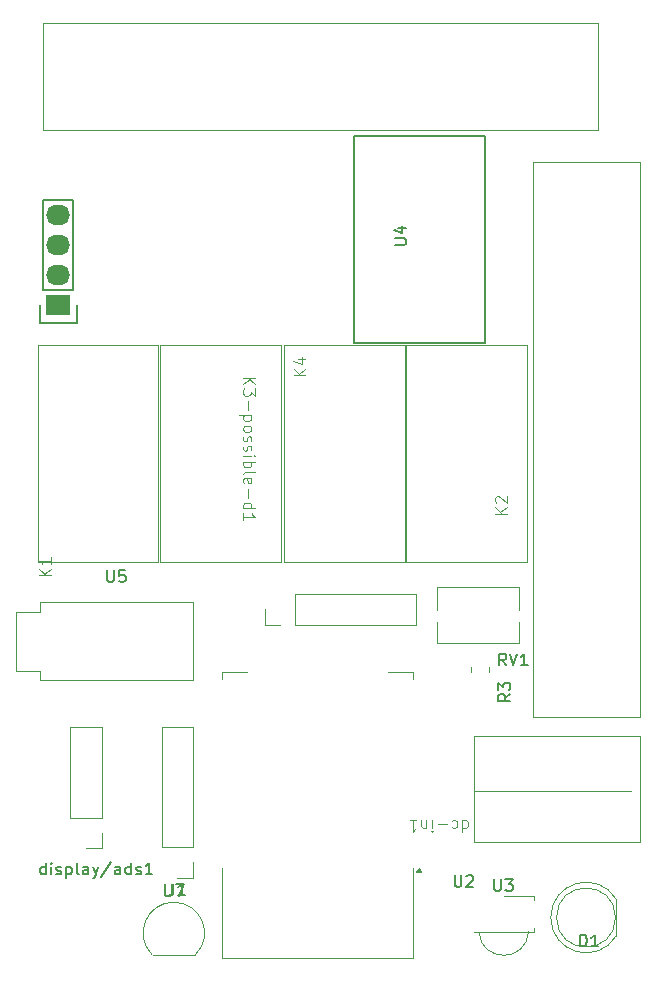
<source format=gbr>
%TF.GenerationSoftware,KiCad,Pcbnew,8.0.5*%
%TF.CreationDate,2024-10-28T11:16:19+03:00*%
%TF.ProjectId,IoTmanager,496f546d-616e-4616-9765-722e6b696361,rev?*%
%TF.SameCoordinates,Original*%
%TF.FileFunction,Legend,Top*%
%TF.FilePolarity,Positive*%
%FSLAX46Y46*%
G04 Gerber Fmt 4.6, Leading zero omitted, Abs format (unit mm)*
G04 Created by KiCad (PCBNEW 8.0.5) date 2024-10-28 11:16:19*
%MOMM*%
%LPD*%
G01*
G04 APERTURE LIST*
%ADD10C,0.150000*%
%ADD11C,0.100000*%
%ADD12C,0.120000*%
%ADD13R,2.032000X1.727200*%
%ADD14O,2.032000X1.727200*%
G04 APERTURE END LIST*
D10*
X88508095Y-125594819D02*
X88508095Y-126404342D01*
X88508095Y-126404342D02*
X88555714Y-126499580D01*
X88555714Y-126499580D02*
X88603333Y-126547200D01*
X88603333Y-126547200D02*
X88698571Y-126594819D01*
X88698571Y-126594819D02*
X88889047Y-126594819D01*
X88889047Y-126594819D02*
X88984285Y-126547200D01*
X88984285Y-126547200D02*
X89031904Y-126499580D01*
X89031904Y-126499580D02*
X89079523Y-126404342D01*
X89079523Y-126404342D02*
X89079523Y-125594819D01*
X89460476Y-125594819D02*
X90127142Y-125594819D01*
X90127142Y-125594819D02*
X89698571Y-126594819D01*
X78414285Y-124754819D02*
X78414285Y-123754819D01*
X78414285Y-124707200D02*
X78319047Y-124754819D01*
X78319047Y-124754819D02*
X78128571Y-124754819D01*
X78128571Y-124754819D02*
X78033333Y-124707200D01*
X78033333Y-124707200D02*
X77985714Y-124659580D01*
X77985714Y-124659580D02*
X77938095Y-124564342D01*
X77938095Y-124564342D02*
X77938095Y-124278628D01*
X77938095Y-124278628D02*
X77985714Y-124183390D01*
X77985714Y-124183390D02*
X78033333Y-124135771D01*
X78033333Y-124135771D02*
X78128571Y-124088152D01*
X78128571Y-124088152D02*
X78319047Y-124088152D01*
X78319047Y-124088152D02*
X78414285Y-124135771D01*
X78890476Y-124754819D02*
X78890476Y-124088152D01*
X78890476Y-123754819D02*
X78842857Y-123802438D01*
X78842857Y-123802438D02*
X78890476Y-123850057D01*
X78890476Y-123850057D02*
X78938095Y-123802438D01*
X78938095Y-123802438D02*
X78890476Y-123754819D01*
X78890476Y-123754819D02*
X78890476Y-123850057D01*
X79319047Y-124707200D02*
X79414285Y-124754819D01*
X79414285Y-124754819D02*
X79604761Y-124754819D01*
X79604761Y-124754819D02*
X79699999Y-124707200D01*
X79699999Y-124707200D02*
X79747618Y-124611961D01*
X79747618Y-124611961D02*
X79747618Y-124564342D01*
X79747618Y-124564342D02*
X79699999Y-124469104D01*
X79699999Y-124469104D02*
X79604761Y-124421485D01*
X79604761Y-124421485D02*
X79461904Y-124421485D01*
X79461904Y-124421485D02*
X79366666Y-124373866D01*
X79366666Y-124373866D02*
X79319047Y-124278628D01*
X79319047Y-124278628D02*
X79319047Y-124231009D01*
X79319047Y-124231009D02*
X79366666Y-124135771D01*
X79366666Y-124135771D02*
X79461904Y-124088152D01*
X79461904Y-124088152D02*
X79604761Y-124088152D01*
X79604761Y-124088152D02*
X79699999Y-124135771D01*
X80176190Y-124088152D02*
X80176190Y-125088152D01*
X80176190Y-124135771D02*
X80271428Y-124088152D01*
X80271428Y-124088152D02*
X80461904Y-124088152D01*
X80461904Y-124088152D02*
X80557142Y-124135771D01*
X80557142Y-124135771D02*
X80604761Y-124183390D01*
X80604761Y-124183390D02*
X80652380Y-124278628D01*
X80652380Y-124278628D02*
X80652380Y-124564342D01*
X80652380Y-124564342D02*
X80604761Y-124659580D01*
X80604761Y-124659580D02*
X80557142Y-124707200D01*
X80557142Y-124707200D02*
X80461904Y-124754819D01*
X80461904Y-124754819D02*
X80271428Y-124754819D01*
X80271428Y-124754819D02*
X80176190Y-124707200D01*
X81223809Y-124754819D02*
X81128571Y-124707200D01*
X81128571Y-124707200D02*
X81080952Y-124611961D01*
X81080952Y-124611961D02*
X81080952Y-123754819D01*
X82033333Y-124754819D02*
X82033333Y-124231009D01*
X82033333Y-124231009D02*
X81985714Y-124135771D01*
X81985714Y-124135771D02*
X81890476Y-124088152D01*
X81890476Y-124088152D02*
X81700000Y-124088152D01*
X81700000Y-124088152D02*
X81604762Y-124135771D01*
X82033333Y-124707200D02*
X81938095Y-124754819D01*
X81938095Y-124754819D02*
X81700000Y-124754819D01*
X81700000Y-124754819D02*
X81604762Y-124707200D01*
X81604762Y-124707200D02*
X81557143Y-124611961D01*
X81557143Y-124611961D02*
X81557143Y-124516723D01*
X81557143Y-124516723D02*
X81604762Y-124421485D01*
X81604762Y-124421485D02*
X81700000Y-124373866D01*
X81700000Y-124373866D02*
X81938095Y-124373866D01*
X81938095Y-124373866D02*
X82033333Y-124326247D01*
X82414286Y-124088152D02*
X82652381Y-124754819D01*
X82890476Y-124088152D02*
X82652381Y-124754819D01*
X82652381Y-124754819D02*
X82557143Y-124992914D01*
X82557143Y-124992914D02*
X82509524Y-125040533D01*
X82509524Y-125040533D02*
X82414286Y-125088152D01*
X83985714Y-123707200D02*
X83128572Y-124992914D01*
X84747619Y-124754819D02*
X84747619Y-124231009D01*
X84747619Y-124231009D02*
X84700000Y-124135771D01*
X84700000Y-124135771D02*
X84604762Y-124088152D01*
X84604762Y-124088152D02*
X84414286Y-124088152D01*
X84414286Y-124088152D02*
X84319048Y-124135771D01*
X84747619Y-124707200D02*
X84652381Y-124754819D01*
X84652381Y-124754819D02*
X84414286Y-124754819D01*
X84414286Y-124754819D02*
X84319048Y-124707200D01*
X84319048Y-124707200D02*
X84271429Y-124611961D01*
X84271429Y-124611961D02*
X84271429Y-124516723D01*
X84271429Y-124516723D02*
X84319048Y-124421485D01*
X84319048Y-124421485D02*
X84414286Y-124373866D01*
X84414286Y-124373866D02*
X84652381Y-124373866D01*
X84652381Y-124373866D02*
X84747619Y-124326247D01*
X85652381Y-124754819D02*
X85652381Y-123754819D01*
X85652381Y-124707200D02*
X85557143Y-124754819D01*
X85557143Y-124754819D02*
X85366667Y-124754819D01*
X85366667Y-124754819D02*
X85271429Y-124707200D01*
X85271429Y-124707200D02*
X85223810Y-124659580D01*
X85223810Y-124659580D02*
X85176191Y-124564342D01*
X85176191Y-124564342D02*
X85176191Y-124278628D01*
X85176191Y-124278628D02*
X85223810Y-124183390D01*
X85223810Y-124183390D02*
X85271429Y-124135771D01*
X85271429Y-124135771D02*
X85366667Y-124088152D01*
X85366667Y-124088152D02*
X85557143Y-124088152D01*
X85557143Y-124088152D02*
X85652381Y-124135771D01*
X86080953Y-124707200D02*
X86176191Y-124754819D01*
X86176191Y-124754819D02*
X86366667Y-124754819D01*
X86366667Y-124754819D02*
X86461905Y-124707200D01*
X86461905Y-124707200D02*
X86509524Y-124611961D01*
X86509524Y-124611961D02*
X86509524Y-124564342D01*
X86509524Y-124564342D02*
X86461905Y-124469104D01*
X86461905Y-124469104D02*
X86366667Y-124421485D01*
X86366667Y-124421485D02*
X86223810Y-124421485D01*
X86223810Y-124421485D02*
X86128572Y-124373866D01*
X86128572Y-124373866D02*
X86080953Y-124278628D01*
X86080953Y-124278628D02*
X86080953Y-124231009D01*
X86080953Y-124231009D02*
X86128572Y-124135771D01*
X86128572Y-124135771D02*
X86223810Y-124088152D01*
X86223810Y-124088152D02*
X86366667Y-124088152D01*
X86366667Y-124088152D02*
X86461905Y-124135771D01*
X87461905Y-124754819D02*
X86890477Y-124754819D01*
X87176191Y-124754819D02*
X87176191Y-123754819D01*
X87176191Y-123754819D02*
X87080953Y-123897676D01*
X87080953Y-123897676D02*
X86985715Y-123992914D01*
X86985715Y-123992914D02*
X86890477Y-124040533D01*
D11*
X78857419Y-99438094D02*
X77857419Y-99438094D01*
X78857419Y-98866666D02*
X78285990Y-99295237D01*
X77857419Y-98866666D02*
X78428847Y-99438094D01*
X78857419Y-97914285D02*
X78857419Y-98485713D01*
X78857419Y-98199999D02*
X77857419Y-98199999D01*
X77857419Y-98199999D02*
X78000276Y-98295237D01*
X78000276Y-98295237D02*
X78095514Y-98390475D01*
X78095514Y-98390475D02*
X78143133Y-98485713D01*
X113699999Y-120142580D02*
X113699999Y-121142580D01*
X113699999Y-120190200D02*
X113795237Y-120142580D01*
X113795237Y-120142580D02*
X113985713Y-120142580D01*
X113985713Y-120142580D02*
X114080951Y-120190200D01*
X114080951Y-120190200D02*
X114128570Y-120237819D01*
X114128570Y-120237819D02*
X114176189Y-120333057D01*
X114176189Y-120333057D02*
X114176189Y-120618771D01*
X114176189Y-120618771D02*
X114128570Y-120714009D01*
X114128570Y-120714009D02*
X114080951Y-120761628D01*
X114080951Y-120761628D02*
X113985713Y-120809247D01*
X113985713Y-120809247D02*
X113795237Y-120809247D01*
X113795237Y-120809247D02*
X113699999Y-120761628D01*
X112795237Y-120190200D02*
X112890475Y-120142580D01*
X112890475Y-120142580D02*
X113080951Y-120142580D01*
X113080951Y-120142580D02*
X113176189Y-120190200D01*
X113176189Y-120190200D02*
X113223808Y-120237819D01*
X113223808Y-120237819D02*
X113271427Y-120333057D01*
X113271427Y-120333057D02*
X113271427Y-120618771D01*
X113271427Y-120618771D02*
X113223808Y-120714009D01*
X113223808Y-120714009D02*
X113176189Y-120761628D01*
X113176189Y-120761628D02*
X113080951Y-120809247D01*
X113080951Y-120809247D02*
X112890475Y-120809247D01*
X112890475Y-120809247D02*
X112795237Y-120761628D01*
X112366665Y-120523533D02*
X111604761Y-120523533D01*
X111128570Y-120142580D02*
X111128570Y-120809247D01*
X111128570Y-121142580D02*
X111176189Y-121094961D01*
X111176189Y-121094961D02*
X111128570Y-121047342D01*
X111128570Y-121047342D02*
X111080951Y-121094961D01*
X111080951Y-121094961D02*
X111128570Y-121142580D01*
X111128570Y-121142580D02*
X111128570Y-121047342D01*
X110652380Y-120809247D02*
X110652380Y-120142580D01*
X110652380Y-120714009D02*
X110604761Y-120761628D01*
X110604761Y-120761628D02*
X110509523Y-120809247D01*
X110509523Y-120809247D02*
X110366666Y-120809247D01*
X110366666Y-120809247D02*
X110271428Y-120761628D01*
X110271428Y-120761628D02*
X110223809Y-120666390D01*
X110223809Y-120666390D02*
X110223809Y-120142580D01*
X109223809Y-120142580D02*
X109795237Y-120142580D01*
X109509523Y-120142580D02*
X109509523Y-121142580D01*
X109509523Y-121142580D02*
X109604761Y-120999723D01*
X109604761Y-120999723D02*
X109699999Y-120904485D01*
X109699999Y-120904485D02*
X109795237Y-120856866D01*
D10*
X117404761Y-107054819D02*
X117071428Y-106578628D01*
X116833333Y-107054819D02*
X116833333Y-106054819D01*
X116833333Y-106054819D02*
X117214285Y-106054819D01*
X117214285Y-106054819D02*
X117309523Y-106102438D01*
X117309523Y-106102438D02*
X117357142Y-106150057D01*
X117357142Y-106150057D02*
X117404761Y-106245295D01*
X117404761Y-106245295D02*
X117404761Y-106388152D01*
X117404761Y-106388152D02*
X117357142Y-106483390D01*
X117357142Y-106483390D02*
X117309523Y-106531009D01*
X117309523Y-106531009D02*
X117214285Y-106578628D01*
X117214285Y-106578628D02*
X116833333Y-106578628D01*
X117690476Y-106054819D02*
X118023809Y-107054819D01*
X118023809Y-107054819D02*
X118357142Y-106054819D01*
X119214285Y-107054819D02*
X118642857Y-107054819D01*
X118928571Y-107054819D02*
X118928571Y-106054819D01*
X118928571Y-106054819D02*
X118833333Y-106197676D01*
X118833333Y-106197676D02*
X118738095Y-106292914D01*
X118738095Y-106292914D02*
X118642857Y-106340533D01*
X123661905Y-130854819D02*
X123661905Y-129854819D01*
X123661905Y-129854819D02*
X123900000Y-129854819D01*
X123900000Y-129854819D02*
X124042857Y-129902438D01*
X124042857Y-129902438D02*
X124138095Y-129997676D01*
X124138095Y-129997676D02*
X124185714Y-130092914D01*
X124185714Y-130092914D02*
X124233333Y-130283390D01*
X124233333Y-130283390D02*
X124233333Y-130426247D01*
X124233333Y-130426247D02*
X124185714Y-130616723D01*
X124185714Y-130616723D02*
X124138095Y-130711961D01*
X124138095Y-130711961D02*
X124042857Y-130807200D01*
X124042857Y-130807200D02*
X123900000Y-130854819D01*
X123900000Y-130854819D02*
X123661905Y-130854819D01*
X125185714Y-130854819D02*
X124614286Y-130854819D01*
X124900000Y-130854819D02*
X124900000Y-129854819D01*
X124900000Y-129854819D02*
X124804762Y-129997676D01*
X124804762Y-129997676D02*
X124709524Y-130092914D01*
X124709524Y-130092914D02*
X124614286Y-130140533D01*
X113038095Y-124814819D02*
X113038095Y-125624342D01*
X113038095Y-125624342D02*
X113085714Y-125719580D01*
X113085714Y-125719580D02*
X113133333Y-125767200D01*
X113133333Y-125767200D02*
X113228571Y-125814819D01*
X113228571Y-125814819D02*
X113419047Y-125814819D01*
X113419047Y-125814819D02*
X113514285Y-125767200D01*
X113514285Y-125767200D02*
X113561904Y-125719580D01*
X113561904Y-125719580D02*
X113609523Y-125624342D01*
X113609523Y-125624342D02*
X113609523Y-124814819D01*
X114038095Y-124910057D02*
X114085714Y-124862438D01*
X114085714Y-124862438D02*
X114180952Y-124814819D01*
X114180952Y-124814819D02*
X114419047Y-124814819D01*
X114419047Y-124814819D02*
X114514285Y-124862438D01*
X114514285Y-124862438D02*
X114561904Y-124910057D01*
X114561904Y-124910057D02*
X114609523Y-125005295D01*
X114609523Y-125005295D02*
X114609523Y-125100533D01*
X114609523Y-125100533D02*
X114561904Y-125243390D01*
X114561904Y-125243390D02*
X113990476Y-125814819D01*
X113990476Y-125814819D02*
X114609523Y-125814819D01*
X107954819Y-71461904D02*
X108764342Y-71461904D01*
X108764342Y-71461904D02*
X108859580Y-71414285D01*
X108859580Y-71414285D02*
X108907200Y-71366666D01*
X108907200Y-71366666D02*
X108954819Y-71271428D01*
X108954819Y-71271428D02*
X108954819Y-71080952D01*
X108954819Y-71080952D02*
X108907200Y-70985714D01*
X108907200Y-70985714D02*
X108859580Y-70938095D01*
X108859580Y-70938095D02*
X108764342Y-70890476D01*
X108764342Y-70890476D02*
X107954819Y-70890476D01*
X108288152Y-69985714D02*
X108954819Y-69985714D01*
X107907200Y-70223809D02*
X108621485Y-70461904D01*
X108621485Y-70461904D02*
X108621485Y-69842857D01*
D11*
X100417419Y-82508094D02*
X99417419Y-82508094D01*
X100417419Y-81936666D02*
X99845990Y-82365237D01*
X99417419Y-81936666D02*
X99988847Y-82508094D01*
X99750752Y-81079523D02*
X100417419Y-81079523D01*
X99369800Y-81317618D02*
X100084085Y-81555713D01*
X100084085Y-81555713D02*
X100084085Y-80936666D01*
D10*
X89236666Y-125524819D02*
X89236666Y-126239104D01*
X89236666Y-126239104D02*
X89189047Y-126381961D01*
X89189047Y-126381961D02*
X89093809Y-126477200D01*
X89093809Y-126477200D02*
X88950952Y-126524819D01*
X88950952Y-126524819D02*
X88855714Y-126524819D01*
X90236666Y-126524819D02*
X89665238Y-126524819D01*
X89950952Y-126524819D02*
X89950952Y-125524819D01*
X89950952Y-125524819D02*
X89855714Y-125667676D01*
X89855714Y-125667676D02*
X89760476Y-125762914D01*
X89760476Y-125762914D02*
X89665238Y-125810533D01*
X116398095Y-125154819D02*
X116398095Y-125964342D01*
X116398095Y-125964342D02*
X116445714Y-126059580D01*
X116445714Y-126059580D02*
X116493333Y-126107200D01*
X116493333Y-126107200D02*
X116588571Y-126154819D01*
X116588571Y-126154819D02*
X116779047Y-126154819D01*
X116779047Y-126154819D02*
X116874285Y-126107200D01*
X116874285Y-126107200D02*
X116921904Y-126059580D01*
X116921904Y-126059580D02*
X116969523Y-125964342D01*
X116969523Y-125964342D02*
X116969523Y-125154819D01*
X117350476Y-125154819D02*
X117969523Y-125154819D01*
X117969523Y-125154819D02*
X117636190Y-125535771D01*
X117636190Y-125535771D02*
X117779047Y-125535771D01*
X117779047Y-125535771D02*
X117874285Y-125583390D01*
X117874285Y-125583390D02*
X117921904Y-125631009D01*
X117921904Y-125631009D02*
X117969523Y-125726247D01*
X117969523Y-125726247D02*
X117969523Y-125964342D01*
X117969523Y-125964342D02*
X117921904Y-126059580D01*
X117921904Y-126059580D02*
X117874285Y-126107200D01*
X117874285Y-126107200D02*
X117779047Y-126154819D01*
X117779047Y-126154819D02*
X117493333Y-126154819D01*
X117493333Y-126154819D02*
X117398095Y-126107200D01*
X117398095Y-126107200D02*
X117350476Y-126059580D01*
X83618595Y-98985819D02*
X83618595Y-99795342D01*
X83618595Y-99795342D02*
X83666214Y-99890580D01*
X83666214Y-99890580D02*
X83713833Y-99938200D01*
X83713833Y-99938200D02*
X83809071Y-99985819D01*
X83809071Y-99985819D02*
X83999547Y-99985819D01*
X83999547Y-99985819D02*
X84094785Y-99938200D01*
X84094785Y-99938200D02*
X84142404Y-99890580D01*
X84142404Y-99890580D02*
X84190023Y-99795342D01*
X84190023Y-99795342D02*
X84190023Y-98985819D01*
X85142404Y-98985819D02*
X84666214Y-98985819D01*
X84666214Y-98985819D02*
X84618595Y-99462009D01*
X84618595Y-99462009D02*
X84666214Y-99414390D01*
X84666214Y-99414390D02*
X84761452Y-99366771D01*
X84761452Y-99366771D02*
X84999547Y-99366771D01*
X84999547Y-99366771D02*
X85094785Y-99414390D01*
X85094785Y-99414390D02*
X85142404Y-99462009D01*
X85142404Y-99462009D02*
X85190023Y-99557247D01*
X85190023Y-99557247D02*
X85190023Y-99795342D01*
X85190023Y-99795342D02*
X85142404Y-99890580D01*
X85142404Y-99890580D02*
X85094785Y-99938200D01*
X85094785Y-99938200D02*
X84999547Y-99985819D01*
X84999547Y-99985819D02*
X84761452Y-99985819D01*
X84761452Y-99985819D02*
X84666214Y-99938200D01*
X84666214Y-99938200D02*
X84618595Y-99890580D01*
D11*
X95142580Y-82700000D02*
X96142580Y-82700000D01*
X95142580Y-83271428D02*
X95714009Y-82842857D01*
X96142580Y-83271428D02*
X95571152Y-82700000D01*
X96142580Y-83604762D02*
X96142580Y-84223809D01*
X96142580Y-84223809D02*
X95761628Y-83890476D01*
X95761628Y-83890476D02*
X95761628Y-84033333D01*
X95761628Y-84033333D02*
X95714009Y-84128571D01*
X95714009Y-84128571D02*
X95666390Y-84176190D01*
X95666390Y-84176190D02*
X95571152Y-84223809D01*
X95571152Y-84223809D02*
X95333057Y-84223809D01*
X95333057Y-84223809D02*
X95237819Y-84176190D01*
X95237819Y-84176190D02*
X95190200Y-84128571D01*
X95190200Y-84128571D02*
X95142580Y-84033333D01*
X95142580Y-84033333D02*
X95142580Y-83747619D01*
X95142580Y-83747619D02*
X95190200Y-83652381D01*
X95190200Y-83652381D02*
X95237819Y-83604762D01*
X95523533Y-84652381D02*
X95523533Y-85414286D01*
X95809247Y-85890476D02*
X94809247Y-85890476D01*
X95761628Y-85890476D02*
X95809247Y-85985714D01*
X95809247Y-85985714D02*
X95809247Y-86176190D01*
X95809247Y-86176190D02*
X95761628Y-86271428D01*
X95761628Y-86271428D02*
X95714009Y-86319047D01*
X95714009Y-86319047D02*
X95618771Y-86366666D01*
X95618771Y-86366666D02*
X95333057Y-86366666D01*
X95333057Y-86366666D02*
X95237819Y-86319047D01*
X95237819Y-86319047D02*
X95190200Y-86271428D01*
X95190200Y-86271428D02*
X95142580Y-86176190D01*
X95142580Y-86176190D02*
X95142580Y-85985714D01*
X95142580Y-85985714D02*
X95190200Y-85890476D01*
X95142580Y-86938095D02*
X95190200Y-86842857D01*
X95190200Y-86842857D02*
X95237819Y-86795238D01*
X95237819Y-86795238D02*
X95333057Y-86747619D01*
X95333057Y-86747619D02*
X95618771Y-86747619D01*
X95618771Y-86747619D02*
X95714009Y-86795238D01*
X95714009Y-86795238D02*
X95761628Y-86842857D01*
X95761628Y-86842857D02*
X95809247Y-86938095D01*
X95809247Y-86938095D02*
X95809247Y-87080952D01*
X95809247Y-87080952D02*
X95761628Y-87176190D01*
X95761628Y-87176190D02*
X95714009Y-87223809D01*
X95714009Y-87223809D02*
X95618771Y-87271428D01*
X95618771Y-87271428D02*
X95333057Y-87271428D01*
X95333057Y-87271428D02*
X95237819Y-87223809D01*
X95237819Y-87223809D02*
X95190200Y-87176190D01*
X95190200Y-87176190D02*
X95142580Y-87080952D01*
X95142580Y-87080952D02*
X95142580Y-86938095D01*
X95190200Y-87652381D02*
X95142580Y-87747619D01*
X95142580Y-87747619D02*
X95142580Y-87938095D01*
X95142580Y-87938095D02*
X95190200Y-88033333D01*
X95190200Y-88033333D02*
X95285438Y-88080952D01*
X95285438Y-88080952D02*
X95333057Y-88080952D01*
X95333057Y-88080952D02*
X95428295Y-88033333D01*
X95428295Y-88033333D02*
X95475914Y-87938095D01*
X95475914Y-87938095D02*
X95475914Y-87795238D01*
X95475914Y-87795238D02*
X95523533Y-87700000D01*
X95523533Y-87700000D02*
X95618771Y-87652381D01*
X95618771Y-87652381D02*
X95666390Y-87652381D01*
X95666390Y-87652381D02*
X95761628Y-87700000D01*
X95761628Y-87700000D02*
X95809247Y-87795238D01*
X95809247Y-87795238D02*
X95809247Y-87938095D01*
X95809247Y-87938095D02*
X95761628Y-88033333D01*
X95190200Y-88461905D02*
X95142580Y-88557143D01*
X95142580Y-88557143D02*
X95142580Y-88747619D01*
X95142580Y-88747619D02*
X95190200Y-88842857D01*
X95190200Y-88842857D02*
X95285438Y-88890476D01*
X95285438Y-88890476D02*
X95333057Y-88890476D01*
X95333057Y-88890476D02*
X95428295Y-88842857D01*
X95428295Y-88842857D02*
X95475914Y-88747619D01*
X95475914Y-88747619D02*
X95475914Y-88604762D01*
X95475914Y-88604762D02*
X95523533Y-88509524D01*
X95523533Y-88509524D02*
X95618771Y-88461905D01*
X95618771Y-88461905D02*
X95666390Y-88461905D01*
X95666390Y-88461905D02*
X95761628Y-88509524D01*
X95761628Y-88509524D02*
X95809247Y-88604762D01*
X95809247Y-88604762D02*
X95809247Y-88747619D01*
X95809247Y-88747619D02*
X95761628Y-88842857D01*
X95142580Y-89319048D02*
X95809247Y-89319048D01*
X96142580Y-89319048D02*
X96094961Y-89271429D01*
X96094961Y-89271429D02*
X96047342Y-89319048D01*
X96047342Y-89319048D02*
X96094961Y-89366667D01*
X96094961Y-89366667D02*
X96142580Y-89319048D01*
X96142580Y-89319048D02*
X96047342Y-89319048D01*
X95142580Y-89795238D02*
X96142580Y-89795238D01*
X95761628Y-89795238D02*
X95809247Y-89890476D01*
X95809247Y-89890476D02*
X95809247Y-90080952D01*
X95809247Y-90080952D02*
X95761628Y-90176190D01*
X95761628Y-90176190D02*
X95714009Y-90223809D01*
X95714009Y-90223809D02*
X95618771Y-90271428D01*
X95618771Y-90271428D02*
X95333057Y-90271428D01*
X95333057Y-90271428D02*
X95237819Y-90223809D01*
X95237819Y-90223809D02*
X95190200Y-90176190D01*
X95190200Y-90176190D02*
X95142580Y-90080952D01*
X95142580Y-90080952D02*
X95142580Y-89890476D01*
X95142580Y-89890476D02*
X95190200Y-89795238D01*
X95142580Y-90842857D02*
X95190200Y-90747619D01*
X95190200Y-90747619D02*
X95285438Y-90700000D01*
X95285438Y-90700000D02*
X96142580Y-90700000D01*
X95190200Y-91604762D02*
X95142580Y-91509524D01*
X95142580Y-91509524D02*
X95142580Y-91319048D01*
X95142580Y-91319048D02*
X95190200Y-91223810D01*
X95190200Y-91223810D02*
X95285438Y-91176191D01*
X95285438Y-91176191D02*
X95666390Y-91176191D01*
X95666390Y-91176191D02*
X95761628Y-91223810D01*
X95761628Y-91223810D02*
X95809247Y-91319048D01*
X95809247Y-91319048D02*
X95809247Y-91509524D01*
X95809247Y-91509524D02*
X95761628Y-91604762D01*
X95761628Y-91604762D02*
X95666390Y-91652381D01*
X95666390Y-91652381D02*
X95571152Y-91652381D01*
X95571152Y-91652381D02*
X95475914Y-91176191D01*
X95523533Y-92080953D02*
X95523533Y-92842858D01*
X95142580Y-93747619D02*
X96142580Y-93747619D01*
X95190200Y-93747619D02*
X95142580Y-93652381D01*
X95142580Y-93652381D02*
X95142580Y-93461905D01*
X95142580Y-93461905D02*
X95190200Y-93366667D01*
X95190200Y-93366667D02*
X95237819Y-93319048D01*
X95237819Y-93319048D02*
X95333057Y-93271429D01*
X95333057Y-93271429D02*
X95618771Y-93271429D01*
X95618771Y-93271429D02*
X95714009Y-93319048D01*
X95714009Y-93319048D02*
X95761628Y-93366667D01*
X95761628Y-93366667D02*
X95809247Y-93461905D01*
X95809247Y-93461905D02*
X95809247Y-93652381D01*
X95809247Y-93652381D02*
X95761628Y-93747619D01*
X95142580Y-94747619D02*
X95142580Y-94176191D01*
X95142580Y-94461905D02*
X96142580Y-94461905D01*
X96142580Y-94461905D02*
X95999723Y-94366667D01*
X95999723Y-94366667D02*
X95904485Y-94271429D01*
X95904485Y-94271429D02*
X95856866Y-94176191D01*
X117457419Y-94238094D02*
X116457419Y-94238094D01*
X117457419Y-93666666D02*
X116885990Y-94095237D01*
X116457419Y-93666666D02*
X117028847Y-94238094D01*
X116552657Y-93285713D02*
X116505038Y-93238094D01*
X116505038Y-93238094D02*
X116457419Y-93142856D01*
X116457419Y-93142856D02*
X116457419Y-92904761D01*
X116457419Y-92904761D02*
X116505038Y-92809523D01*
X116505038Y-92809523D02*
X116552657Y-92761904D01*
X116552657Y-92761904D02*
X116647895Y-92714285D01*
X116647895Y-92714285D02*
X116743133Y-92714285D01*
X116743133Y-92714285D02*
X116885990Y-92761904D01*
X116885990Y-92761904D02*
X117457419Y-93333332D01*
X117457419Y-93333332D02*
X117457419Y-92714285D01*
D10*
X117754819Y-109466666D02*
X117278628Y-109799999D01*
X117754819Y-110038094D02*
X116754819Y-110038094D01*
X116754819Y-110038094D02*
X116754819Y-109657142D01*
X116754819Y-109657142D02*
X116802438Y-109561904D01*
X116802438Y-109561904D02*
X116850057Y-109514285D01*
X116850057Y-109514285D02*
X116945295Y-109466666D01*
X116945295Y-109466666D02*
X117088152Y-109466666D01*
X117088152Y-109466666D02*
X117183390Y-109514285D01*
X117183390Y-109514285D02*
X117231009Y-109561904D01*
X117231009Y-109561904D02*
X117278628Y-109657142D01*
X117278628Y-109657142D02*
X117278628Y-110038094D01*
X116754819Y-109133332D02*
X116754819Y-108514285D01*
X116754819Y-108514285D02*
X117135771Y-108847618D01*
X117135771Y-108847618D02*
X117135771Y-108704761D01*
X117135771Y-108704761D02*
X117183390Y-108609523D01*
X117183390Y-108609523D02*
X117231009Y-108561904D01*
X117231009Y-108561904D02*
X117326247Y-108514285D01*
X117326247Y-108514285D02*
X117564342Y-108514285D01*
X117564342Y-108514285D02*
X117659580Y-108561904D01*
X117659580Y-108561904D02*
X117707200Y-108609523D01*
X117707200Y-108609523D02*
X117754819Y-108704761D01*
X117754819Y-108704761D02*
X117754819Y-108990475D01*
X117754819Y-108990475D02*
X117707200Y-109085713D01*
X117707200Y-109085713D02*
X117659580Y-109133332D01*
D12*
%TO.C,max1*%
X96970000Y-103630000D02*
X96970000Y-102300000D01*
X98300000Y-103630000D02*
X96970000Y-103630000D01*
X99570000Y-100970000D02*
X109790000Y-100970000D01*
X99570000Y-103630000D02*
X99570000Y-100970000D01*
X99570000Y-103630000D02*
X109790000Y-103630000D01*
X109790000Y-103630000D02*
X109790000Y-100970000D01*
%TO.C,U7*%
X87470000Y-131550000D02*
X91070000Y-131550000D01*
X87431522Y-131538478D02*
G75*
G02*
X89270000Y-127099999I1838478J1838478D01*
G01*
X89270000Y-127100000D02*
G75*
G02*
X91108478Y-131538478I0J-2600000D01*
G01*
%TO.C,display/ads1*%
X80510000Y-119950000D02*
X80510000Y-112270000D01*
X83170000Y-112270000D02*
X80510000Y-112270000D01*
X83170000Y-119950000D02*
X80510000Y-119950000D01*
X83170000Y-119950000D02*
X83170000Y-112270000D01*
X83170000Y-121220000D02*
X83170000Y-122550000D01*
X83170000Y-122550000D02*
X81840000Y-122550000D01*
%TO.C,K1*%
D11*
X77740000Y-98300000D02*
X87940000Y-98300000D01*
X87940000Y-79900000D01*
X77740000Y-79900000D01*
X77740000Y-98300000D01*
%TO.C,dc-in1*%
X114700000Y-117700000D02*
X128000000Y-117700000D01*
X128700000Y-122000000D02*
X114700000Y-122000000D01*
X114700000Y-113000000D01*
X128700000Y-113000000D01*
X128700000Y-122000000D01*
D12*
%TO.C,RV1*%
X111525000Y-102404000D02*
X111525000Y-100440000D01*
X111525000Y-105180000D02*
X111525000Y-103394000D01*
X118475000Y-100440000D02*
X111525000Y-100440000D01*
X118475000Y-102404000D02*
X118475000Y-100440000D01*
X118475000Y-105180000D02*
X111525000Y-105180000D01*
X118475000Y-105180000D02*
X118475000Y-103394000D01*
%TO.C,D1*%
X126730000Y-129945000D02*
X126730000Y-126855000D01*
X121180000Y-128400462D02*
G75*
G02*
X126730000Y-126855170I2990000J462D01*
G01*
X126730000Y-129944830D02*
G75*
G02*
X121180000Y-128399538I-2560000J1544830D01*
G01*
X126670000Y-128400000D02*
G75*
G02*
X121670000Y-128400000I-2500000J0D01*
G01*
X121670000Y-128400000D02*
G75*
G02*
X126670000Y-128400000I2500000J0D01*
G01*
%TO.C,U2*%
X93320000Y-107580000D02*
X95440000Y-107580000D01*
X93320000Y-108200000D02*
X93320000Y-107580000D01*
X93320000Y-131820000D02*
X93320000Y-124200000D01*
X107440000Y-107580000D02*
X109560000Y-107580000D01*
X109560000Y-107580000D02*
X109560000Y-108200000D01*
X109560000Y-124200000D02*
X109560000Y-131820000D01*
X109560000Y-131820000D02*
X93320000Y-131820000D01*
X110230000Y-124536000D02*
X109750000Y-124536000D01*
X109990000Y-124200000D01*
X110230000Y-124536000D01*
G36*
X110230000Y-124536000D02*
G01*
X109750000Y-124536000D01*
X109990000Y-124200000D01*
X110230000Y-124536000D01*
G37*
%TO.C,J3*%
D11*
X78200000Y-52700000D02*
X125200000Y-52700000D01*
X125200000Y-61700000D01*
X78200000Y-61700000D01*
X78200000Y-52700000D01*
D10*
%TO.C,U4*%
X104540000Y-79770000D02*
X104540000Y-62270000D01*
X104540000Y-79770000D02*
X115610000Y-79770000D01*
X115610000Y-62270000D02*
X104540000Y-62270000D01*
X115610000Y-62270000D02*
X115610000Y-79770000D01*
%TO.C,K4*%
D11*
X98620000Y-98300000D02*
X108820000Y-98300000D01*
X108820000Y-79900000D01*
X98620000Y-79900000D01*
X98620000Y-98300000D01*
D12*
%TO.C,J1*%
X88240000Y-122470000D02*
X88240000Y-112250000D01*
X90900000Y-112250000D02*
X88240000Y-112250000D01*
X90900000Y-122470000D02*
X88240000Y-122470000D01*
X90900000Y-122470000D02*
X90900000Y-112250000D01*
X90900000Y-123740000D02*
X90900000Y-125070000D01*
X90900000Y-125070000D02*
X89570000Y-125070000D01*
%TO.C,U3*%
X119800000Y-126590000D02*
X117200000Y-126590000D01*
X119800000Y-126940000D02*
X119800000Y-126590000D01*
X119800000Y-129260000D02*
X119800000Y-129600000D01*
X119800000Y-129600000D02*
X114710000Y-129600000D01*
X119300000Y-129600000D02*
G75*
G02*
X115100083Y-129601736I-2100000J100000D01*
G01*
%TO.C,U5*%
X75935000Y-102500000D02*
X77935000Y-102500000D01*
X75935000Y-102800000D02*
X75935000Y-102500000D01*
X75935000Y-102800000D02*
X75935000Y-107500000D01*
X75935000Y-107500000D02*
X77935000Y-107500000D01*
X77935000Y-101700000D02*
X90935000Y-101700000D01*
X77935000Y-102500000D02*
X77935000Y-101700000D01*
X77935000Y-107500000D02*
X77935000Y-108300000D01*
X77935000Y-108300000D02*
X90935000Y-108300000D01*
X90935000Y-101700000D02*
X90935000Y-108300000D01*
%TO.C,K3-possible-d1*%
D11*
X88140000Y-98300000D02*
X98340000Y-98300000D01*
X98340000Y-79900000D01*
X88140000Y-79900000D01*
X88140000Y-98300000D01*
%TO.C,J2*%
X128700000Y-64400000D02*
X119700000Y-64400000D01*
X119700000Y-111400000D01*
X128700000Y-111400000D01*
X128700000Y-64400000D01*
%TO.C,K2*%
X108940000Y-98300000D02*
X119140000Y-98300000D01*
X119140000Y-79900000D01*
X108940000Y-79900000D01*
X108940000Y-98300000D01*
D12*
%TO.C,R3*%
X114465000Y-107160436D02*
X114465000Y-107614564D01*
X115935000Y-107160436D02*
X115935000Y-107614564D01*
D10*
%TO.C,MX-RM-5V-RF-sensor1*%
X77950029Y-78090707D02*
X77950029Y-76540707D01*
X78230029Y-75270707D02*
X78230029Y-67650707D01*
X78230029Y-75270707D02*
X80770029Y-75270707D01*
X80770029Y-67650707D02*
X78230029Y-67650707D01*
X80770029Y-75270707D02*
X80770029Y-67650707D01*
X81050029Y-76540707D02*
X81050029Y-78090707D01*
X81050029Y-78090707D02*
X77950029Y-78090707D01*
%TD*%
D13*
%TO.C,MX-RM-5V-RF-sensor1*%
X79500029Y-76540707D03*
D14*
X79500029Y-74000707D03*
X79500029Y-71460707D03*
X79500029Y-68920707D03*
%TD*%
M02*

</source>
